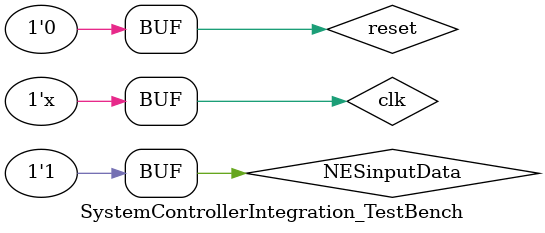
<source format=v>
`timescale 1ns / 1ps


module SystemControllerIntegration_TestBench;

	// Inputs
	reg clk;
	reg reset;
	reg NESinputData;

	// Outputs
	wire latch;
	wire pulse;
	wire hSync;
	wire vSync;
	wire [7:0] rgb;
	wire [7:0] leds;

	// Instantiate the Unit Under Test (UUT)
	System uut (
		.clk(clk), 
		.reset(reset), 
		.NESinputData(NESinputData), 
		.latch(latch), 
		.pulse(pulse), 
		.hSync(hSync), 
		.vSync(vSync), 
		.rgb(rgb), 
		.leds(leds)
	);

	initial begin
		// Initialize Inputs
		clk = 0;
		reset = 1;
		NESinputData = 0;

		// Wait 100 ns for global reset to finish
		#10;
		reset = 0;
        
		// Add stimulus here
		//Make controller always turn right
		NESinputData = 1'b1;
	end
      
always #1 clk = ~clk;
endmodule


</source>
